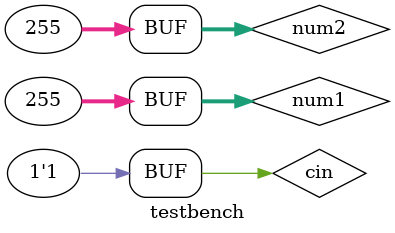
<source format=v>
`include "adder32bit.v"
module testbench;
	reg [31:0] num1;
	reg [31:0] num2;
	reg cin;
	wire [31:0] sum;
	wire cout;
	adder32bit a1(sum,cout,num1,num2,cin);
	initial
		begin
			$dumpfile("output1.vcd");$dumpvars();
			$monitor("sum=%b, cout=%b, num1=%b, num2=%b, cin=%b",sum,cout,num1,num2,cin);
			#0 	num1=32'b00000000;num2=32'b00000000;cin=0;
			#5  num1=32'b00000000;num2=32'b00000000;cin=1;
			#5  num1=32'b11111111;num2=32'b00000001;cin=0;
			#5  num1=32'b11111111;num2=32'b00000000;cin=1;
			#5  num1=32'b00001111;num2=32'b11110000;cin=0;
			#5  num1=32'b11111111;num2=32'b11111111;cin=1;
		end
endmodule
</source>
